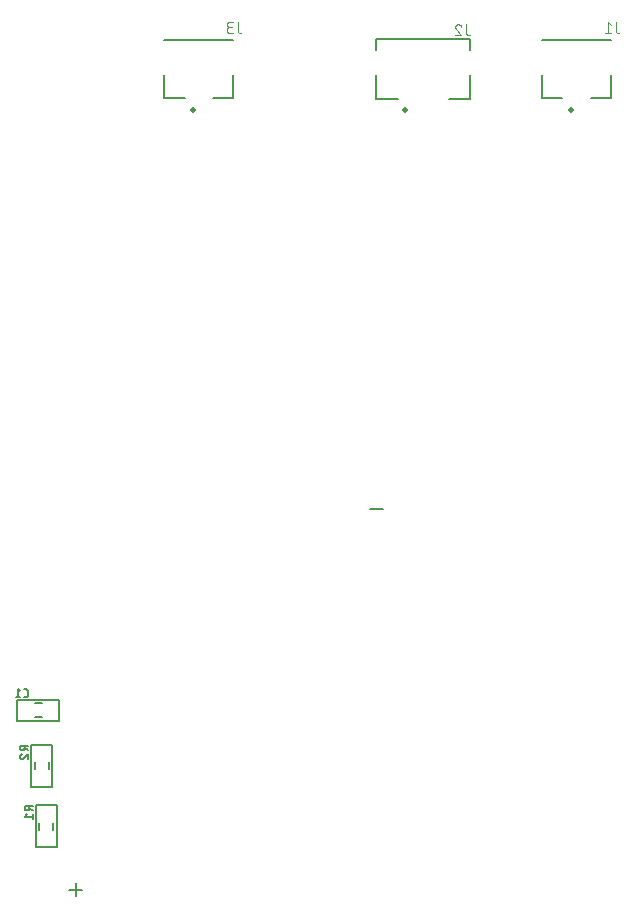
<source format=gbr>
G04 EAGLE Gerber RS-274X export*
G75*
%MOMM*%
%FSLAX34Y34*%
%LPD*%
%INSilkscreen Bottom*%
%IPPOS*%
%AMOC8*
5,1,8,0,0,1.08239X$1,22.5*%
G01*
%ADD10C,0.152400*%
%ADD11C,0.150000*%
%ADD12C,0.500000*%
%ADD13C,0.076200*%
%ADD14C,0.177800*%
%ADD15C,0.127000*%


D10*
X402238Y335084D02*
X391401Y335084D01*
X147238Y13084D02*
X136401Y13084D01*
X141819Y7665D02*
X141819Y18502D01*
D11*
X595000Y683750D02*
X595000Y703000D01*
X537000Y703000D02*
X537000Y683750D01*
X554000Y683750D01*
X578000Y683750D02*
X595000Y683750D01*
X595000Y732250D02*
X537000Y732250D01*
D12*
X561080Y673580D03*
D13*
X599090Y740434D02*
X599090Y747619D01*
X599090Y740434D02*
X599092Y740344D01*
X599098Y740255D01*
X599108Y740166D01*
X599121Y740078D01*
X599139Y739990D01*
X599160Y739903D01*
X599185Y739817D01*
X599214Y739732D01*
X599246Y739648D01*
X599282Y739566D01*
X599322Y739486D01*
X599365Y739408D01*
X599412Y739331D01*
X599461Y739256D01*
X599514Y739184D01*
X599570Y739114D01*
X599629Y739047D01*
X599691Y738982D01*
X599756Y738920D01*
X599823Y738861D01*
X599893Y738805D01*
X599965Y738752D01*
X600040Y738703D01*
X600117Y738656D01*
X600195Y738613D01*
X600275Y738573D01*
X600357Y738537D01*
X600441Y738505D01*
X600526Y738476D01*
X600612Y738451D01*
X600699Y738430D01*
X600787Y738412D01*
X600875Y738399D01*
X600964Y738389D01*
X601053Y738383D01*
X601143Y738381D01*
X602169Y738381D01*
X594958Y745566D02*
X592392Y747619D01*
X592392Y738381D01*
X594958Y738381D02*
X589825Y738381D01*
D11*
X476000Y733250D02*
X396000Y733250D01*
X396000Y703300D02*
X396000Y682750D01*
X396000Y723800D02*
X396000Y733250D01*
X457500Y682750D02*
X476000Y682750D01*
X414500Y682750D02*
X396000Y682750D01*
X476000Y682750D02*
X476000Y703300D01*
X476000Y723800D02*
X476000Y733250D01*
D12*
X420750Y672900D03*
D13*
X472540Y738684D02*
X472540Y745869D01*
X472540Y738684D02*
X472542Y738594D01*
X472548Y738505D01*
X472558Y738416D01*
X472571Y738328D01*
X472589Y738240D01*
X472610Y738153D01*
X472635Y738067D01*
X472664Y737982D01*
X472696Y737898D01*
X472732Y737816D01*
X472772Y737736D01*
X472815Y737658D01*
X472862Y737581D01*
X472911Y737506D01*
X472964Y737434D01*
X473020Y737364D01*
X473079Y737297D01*
X473141Y737232D01*
X473206Y737170D01*
X473273Y737111D01*
X473343Y737055D01*
X473415Y737002D01*
X473490Y736953D01*
X473567Y736906D01*
X473645Y736863D01*
X473725Y736823D01*
X473807Y736787D01*
X473891Y736755D01*
X473976Y736726D01*
X474062Y736701D01*
X474149Y736680D01*
X474237Y736662D01*
X474325Y736649D01*
X474414Y736639D01*
X474503Y736633D01*
X474593Y736631D01*
X475619Y736631D01*
X465585Y745869D02*
X465490Y745867D01*
X465394Y745861D01*
X465299Y745851D01*
X465205Y745837D01*
X465111Y745820D01*
X465018Y745798D01*
X464926Y745773D01*
X464835Y745744D01*
X464745Y745711D01*
X464657Y745674D01*
X464570Y745634D01*
X464486Y745591D01*
X464403Y745543D01*
X464322Y745493D01*
X464243Y745439D01*
X464166Y745382D01*
X464092Y745322D01*
X464020Y745259D01*
X463952Y745192D01*
X463885Y745124D01*
X463822Y745052D01*
X463762Y744978D01*
X463705Y744901D01*
X463651Y744822D01*
X463601Y744741D01*
X463553Y744658D01*
X463510Y744574D01*
X463470Y744487D01*
X463433Y744399D01*
X463400Y744309D01*
X463371Y744218D01*
X463346Y744126D01*
X463324Y744033D01*
X463307Y743939D01*
X463293Y743845D01*
X463283Y743750D01*
X463277Y743654D01*
X463275Y743559D01*
X465585Y745869D02*
X465692Y745867D01*
X465798Y745861D01*
X465904Y745852D01*
X466010Y745838D01*
X466115Y745821D01*
X466220Y745800D01*
X466323Y745776D01*
X466426Y745747D01*
X466528Y745715D01*
X466628Y745680D01*
X466727Y745640D01*
X466825Y745597D01*
X466921Y745551D01*
X467015Y745501D01*
X467108Y745448D01*
X467198Y745392D01*
X467287Y745332D01*
X467373Y745270D01*
X467457Y745204D01*
X467538Y745135D01*
X467617Y745064D01*
X467694Y744989D01*
X467767Y744912D01*
X467838Y744832D01*
X467906Y744750D01*
X467971Y744666D01*
X468033Y744579D01*
X468091Y744490D01*
X468147Y744399D01*
X468199Y744306D01*
X468248Y744211D01*
X468293Y744114D01*
X468335Y744016D01*
X468373Y743917D01*
X468408Y743816D01*
X464046Y741763D02*
X463978Y741830D01*
X463912Y741900D01*
X463850Y741973D01*
X463790Y742047D01*
X463733Y742124D01*
X463679Y742203D01*
X463629Y742284D01*
X463581Y742367D01*
X463537Y742452D01*
X463496Y742538D01*
X463458Y742626D01*
X463424Y742715D01*
X463393Y742806D01*
X463366Y742898D01*
X463342Y742990D01*
X463322Y743084D01*
X463305Y743178D01*
X463293Y743273D01*
X463283Y743368D01*
X463278Y743463D01*
X463276Y743559D01*
X464045Y741763D02*
X468408Y736631D01*
X463275Y736631D01*
D11*
X275000Y703000D02*
X275000Y683750D01*
X217000Y683750D02*
X217000Y703000D01*
X217000Y683750D02*
X234000Y683750D01*
X258000Y683750D02*
X275000Y683750D01*
X275000Y732250D02*
X217000Y732250D01*
D12*
X241080Y673580D03*
D13*
X279090Y740434D02*
X279090Y747619D01*
X279090Y740434D02*
X279092Y740344D01*
X279098Y740255D01*
X279108Y740166D01*
X279121Y740078D01*
X279139Y739990D01*
X279160Y739903D01*
X279185Y739817D01*
X279214Y739732D01*
X279246Y739648D01*
X279282Y739566D01*
X279322Y739486D01*
X279365Y739408D01*
X279412Y739331D01*
X279461Y739256D01*
X279514Y739184D01*
X279570Y739114D01*
X279629Y739047D01*
X279691Y738982D01*
X279756Y738920D01*
X279823Y738861D01*
X279893Y738805D01*
X279965Y738752D01*
X280040Y738703D01*
X280117Y738656D01*
X280195Y738613D01*
X280275Y738573D01*
X280357Y738537D01*
X280441Y738505D01*
X280526Y738476D01*
X280612Y738451D01*
X280699Y738430D01*
X280787Y738412D01*
X280875Y738399D01*
X280964Y738389D01*
X281053Y738383D01*
X281143Y738381D01*
X282169Y738381D01*
X274958Y738381D02*
X272392Y738381D01*
X272293Y738383D01*
X272193Y738389D01*
X272094Y738398D01*
X271996Y738412D01*
X271898Y738429D01*
X271800Y738450D01*
X271704Y738475D01*
X271609Y738504D01*
X271514Y738536D01*
X271422Y738572D01*
X271330Y738611D01*
X271240Y738654D01*
X271152Y738700D01*
X271066Y738750D01*
X270982Y738803D01*
X270900Y738859D01*
X270820Y738919D01*
X270743Y738981D01*
X270668Y739047D01*
X270595Y739115D01*
X270526Y739186D01*
X270459Y739260D01*
X270395Y739336D01*
X270334Y739415D01*
X270276Y739496D01*
X270221Y739579D01*
X270170Y739664D01*
X270122Y739751D01*
X270077Y739840D01*
X270036Y739931D01*
X269998Y740023D01*
X269964Y740116D01*
X269934Y740211D01*
X269907Y740307D01*
X269884Y740404D01*
X269865Y740501D01*
X269850Y740600D01*
X269838Y740699D01*
X269830Y740798D01*
X269826Y740897D01*
X269826Y740997D01*
X269830Y741096D01*
X269838Y741195D01*
X269850Y741294D01*
X269865Y741393D01*
X269884Y741490D01*
X269907Y741587D01*
X269934Y741683D01*
X269964Y741778D01*
X269998Y741871D01*
X270036Y741963D01*
X270077Y742054D01*
X270122Y742143D01*
X270170Y742230D01*
X270221Y742315D01*
X270276Y742398D01*
X270334Y742479D01*
X270395Y742558D01*
X270459Y742634D01*
X270526Y742708D01*
X270595Y742779D01*
X270668Y742847D01*
X270743Y742913D01*
X270820Y742975D01*
X270900Y743035D01*
X270982Y743091D01*
X271066Y743144D01*
X271152Y743194D01*
X271240Y743240D01*
X271330Y743283D01*
X271422Y743322D01*
X271514Y743358D01*
X271609Y743390D01*
X271704Y743419D01*
X271800Y743444D01*
X271898Y743465D01*
X271996Y743482D01*
X272094Y743496D01*
X272193Y743505D01*
X272293Y743511D01*
X272392Y743513D01*
X271878Y747619D02*
X274958Y747619D01*
X271878Y747619D02*
X271788Y747617D01*
X271699Y747611D01*
X271610Y747601D01*
X271522Y747588D01*
X271434Y747570D01*
X271347Y747549D01*
X271261Y747524D01*
X271176Y747495D01*
X271092Y747463D01*
X271010Y747427D01*
X270930Y747387D01*
X270852Y747344D01*
X270775Y747297D01*
X270700Y747248D01*
X270628Y747195D01*
X270558Y747139D01*
X270491Y747080D01*
X270426Y747018D01*
X270364Y746953D01*
X270305Y746886D01*
X270249Y746816D01*
X270196Y746744D01*
X270147Y746669D01*
X270100Y746593D01*
X270057Y746514D01*
X270017Y746434D01*
X269981Y746352D01*
X269949Y746268D01*
X269920Y746183D01*
X269895Y746097D01*
X269874Y746010D01*
X269856Y745922D01*
X269843Y745834D01*
X269833Y745745D01*
X269827Y745656D01*
X269825Y745566D01*
X269827Y745476D01*
X269833Y745387D01*
X269843Y745298D01*
X269856Y745210D01*
X269874Y745122D01*
X269895Y745035D01*
X269920Y744949D01*
X269949Y744864D01*
X269981Y744780D01*
X270017Y744698D01*
X270057Y744618D01*
X270100Y744540D01*
X270147Y744463D01*
X270196Y744388D01*
X270249Y744316D01*
X270305Y744246D01*
X270364Y744179D01*
X270426Y744114D01*
X270491Y744052D01*
X270558Y743993D01*
X270628Y743937D01*
X270700Y743884D01*
X270775Y743835D01*
X270852Y743788D01*
X270930Y743745D01*
X271010Y743705D01*
X271092Y743669D01*
X271176Y743637D01*
X271261Y743608D01*
X271347Y743583D01*
X271434Y743562D01*
X271522Y743544D01*
X271610Y743531D01*
X271699Y743521D01*
X271788Y743515D01*
X271878Y743513D01*
X273931Y743513D01*
D14*
X113000Y171000D02*
X107000Y171000D01*
X107000Y159000D02*
X113000Y159000D01*
X127780Y173890D02*
X92220Y173890D01*
X92220Y156110D01*
X127780Y156110D01*
X127780Y173890D01*
D15*
X99621Y176430D02*
X98097Y176430D01*
X99621Y176430D02*
X99698Y176432D01*
X99775Y176438D01*
X99852Y176448D01*
X99928Y176461D01*
X100003Y176479D01*
X100077Y176500D01*
X100150Y176525D01*
X100222Y176554D01*
X100292Y176586D01*
X100361Y176621D01*
X100427Y176661D01*
X100492Y176703D01*
X100554Y176749D01*
X100614Y176798D01*
X100671Y176849D01*
X100726Y176904D01*
X100777Y176961D01*
X100826Y177021D01*
X100872Y177083D01*
X100914Y177148D01*
X100954Y177214D01*
X100989Y177283D01*
X101021Y177353D01*
X101050Y177425D01*
X101075Y177498D01*
X101096Y177572D01*
X101114Y177647D01*
X101127Y177723D01*
X101137Y177800D01*
X101143Y177877D01*
X101145Y177954D01*
X101145Y181764D01*
X101143Y181841D01*
X101137Y181918D01*
X101127Y181995D01*
X101114Y182071D01*
X101096Y182146D01*
X101075Y182220D01*
X101050Y182293D01*
X101021Y182365D01*
X100989Y182435D01*
X100954Y182504D01*
X100914Y182570D01*
X100872Y182635D01*
X100826Y182697D01*
X100777Y182757D01*
X100726Y182814D01*
X100671Y182869D01*
X100614Y182920D01*
X100554Y182969D01*
X100492Y183015D01*
X100427Y183057D01*
X100361Y183097D01*
X100292Y183132D01*
X100222Y183164D01*
X100150Y183193D01*
X100077Y183218D01*
X100003Y183239D01*
X99928Y183257D01*
X99852Y183270D01*
X99775Y183280D01*
X99698Y183286D01*
X99621Y183288D01*
X98097Y183288D01*
X95018Y181764D02*
X93113Y183288D01*
X93113Y176430D01*
X95018Y176430D02*
X91208Y176430D01*
D14*
X111000Y70000D02*
X111000Y64000D01*
X123000Y64000D02*
X123000Y70000D01*
X108110Y84780D02*
X108110Y49220D01*
X125890Y49220D01*
X125890Y84780D01*
X108110Y84780D01*
D15*
X105570Y84145D02*
X98712Y84145D01*
X98712Y82240D01*
X98714Y82155D01*
X98720Y82069D01*
X98729Y81984D01*
X98743Y81900D01*
X98760Y81816D01*
X98781Y81733D01*
X98805Y81651D01*
X98833Y81571D01*
X98865Y81491D01*
X98901Y81413D01*
X98939Y81337D01*
X98982Y81263D01*
X99027Y81191D01*
X99076Y81120D01*
X99128Y81052D01*
X99182Y80987D01*
X99240Y80924D01*
X99301Y80863D01*
X99364Y80805D01*
X99429Y80751D01*
X99497Y80699D01*
X99568Y80650D01*
X99640Y80605D01*
X99714Y80562D01*
X99790Y80524D01*
X99868Y80488D01*
X99948Y80456D01*
X100028Y80428D01*
X100110Y80404D01*
X100193Y80383D01*
X100277Y80366D01*
X100361Y80352D01*
X100446Y80343D01*
X100532Y80337D01*
X100617Y80335D01*
X100702Y80337D01*
X100788Y80343D01*
X100873Y80352D01*
X100957Y80366D01*
X101041Y80383D01*
X101124Y80404D01*
X101206Y80428D01*
X101286Y80456D01*
X101366Y80488D01*
X101444Y80524D01*
X101520Y80562D01*
X101594Y80605D01*
X101666Y80650D01*
X101737Y80699D01*
X101805Y80751D01*
X101870Y80805D01*
X101933Y80863D01*
X101994Y80924D01*
X102052Y80987D01*
X102106Y81052D01*
X102158Y81120D01*
X102207Y81191D01*
X102252Y81263D01*
X102295Y81337D01*
X102333Y81413D01*
X102369Y81491D01*
X102401Y81571D01*
X102429Y81651D01*
X102453Y81733D01*
X102474Y81816D01*
X102491Y81900D01*
X102505Y81984D01*
X102514Y82069D01*
X102520Y82155D01*
X102522Y82240D01*
X102522Y84145D01*
X102522Y81859D02*
X105570Y80335D01*
X100236Y76899D02*
X98712Y74994D01*
X105570Y74994D01*
X105570Y76899D02*
X105570Y73089D01*
D14*
X107000Y115000D02*
X107000Y121000D01*
X119000Y121000D02*
X119000Y115000D01*
X104110Y100220D02*
X104110Y135780D01*
X104110Y100220D02*
X121890Y100220D01*
X121890Y135780D01*
X104110Y135780D01*
D15*
X101570Y135145D02*
X94712Y135145D01*
X94712Y133240D01*
X94714Y133155D01*
X94720Y133069D01*
X94729Y132984D01*
X94743Y132900D01*
X94760Y132816D01*
X94781Y132733D01*
X94805Y132651D01*
X94833Y132571D01*
X94865Y132491D01*
X94901Y132413D01*
X94939Y132337D01*
X94982Y132263D01*
X95027Y132191D01*
X95076Y132120D01*
X95128Y132052D01*
X95182Y131987D01*
X95240Y131924D01*
X95301Y131863D01*
X95364Y131805D01*
X95429Y131751D01*
X95497Y131699D01*
X95568Y131650D01*
X95640Y131605D01*
X95714Y131562D01*
X95790Y131524D01*
X95868Y131488D01*
X95948Y131456D01*
X96028Y131428D01*
X96110Y131404D01*
X96193Y131383D01*
X96277Y131366D01*
X96361Y131352D01*
X96446Y131343D01*
X96532Y131337D01*
X96617Y131335D01*
X96702Y131337D01*
X96788Y131343D01*
X96873Y131352D01*
X96957Y131366D01*
X97041Y131383D01*
X97124Y131404D01*
X97206Y131428D01*
X97286Y131456D01*
X97366Y131488D01*
X97444Y131524D01*
X97520Y131562D01*
X97594Y131605D01*
X97666Y131650D01*
X97737Y131699D01*
X97805Y131751D01*
X97870Y131805D01*
X97933Y131863D01*
X97994Y131924D01*
X98052Y131987D01*
X98106Y132052D01*
X98158Y132120D01*
X98207Y132191D01*
X98252Y132263D01*
X98295Y132337D01*
X98333Y132413D01*
X98369Y132491D01*
X98401Y132571D01*
X98429Y132651D01*
X98453Y132733D01*
X98474Y132816D01*
X98491Y132900D01*
X98505Y132984D01*
X98514Y133069D01*
X98520Y133155D01*
X98522Y133240D01*
X98522Y135145D01*
X98522Y132859D02*
X101570Y131335D01*
X94712Y125804D02*
X94714Y125722D01*
X94720Y125641D01*
X94729Y125560D01*
X94743Y125479D01*
X94760Y125400D01*
X94781Y125321D01*
X94806Y125243D01*
X94835Y125167D01*
X94867Y125092D01*
X94903Y125018D01*
X94942Y124947D01*
X94984Y124877D01*
X95030Y124809D01*
X95079Y124744D01*
X95131Y124681D01*
X95186Y124621D01*
X95244Y124563D01*
X95304Y124508D01*
X95367Y124456D01*
X95432Y124407D01*
X95500Y124361D01*
X95570Y124319D01*
X95641Y124280D01*
X95715Y124244D01*
X95790Y124212D01*
X95866Y124183D01*
X95944Y124158D01*
X96023Y124137D01*
X96102Y124120D01*
X96183Y124106D01*
X96264Y124097D01*
X96345Y124091D01*
X96427Y124089D01*
X94712Y125804D02*
X94714Y125896D01*
X94720Y125988D01*
X94729Y126080D01*
X94743Y126172D01*
X94760Y126262D01*
X94781Y126352D01*
X94806Y126441D01*
X94835Y126529D01*
X94867Y126616D01*
X94903Y126701D01*
X94942Y126784D01*
X94985Y126866D01*
X95031Y126946D01*
X95081Y127024D01*
X95133Y127100D01*
X95189Y127173D01*
X95248Y127244D01*
X95310Y127313D01*
X95375Y127379D01*
X95442Y127442D01*
X95512Y127502D01*
X95584Y127560D01*
X95659Y127614D01*
X95736Y127665D01*
X95815Y127713D01*
X95896Y127757D01*
X95979Y127798D01*
X96063Y127836D01*
X96149Y127870D01*
X96236Y127900D01*
X97761Y124661D02*
X97702Y124602D01*
X97641Y124546D01*
X97578Y124493D01*
X97512Y124442D01*
X97444Y124395D01*
X97374Y124351D01*
X97302Y124310D01*
X97228Y124272D01*
X97153Y124238D01*
X97076Y124207D01*
X96998Y124180D01*
X96918Y124156D01*
X96838Y124135D01*
X96757Y124119D01*
X96675Y124106D01*
X96593Y124096D01*
X96510Y124091D01*
X96427Y124089D01*
X97760Y124661D02*
X101570Y127899D01*
X101570Y124089D01*
M02*

</source>
